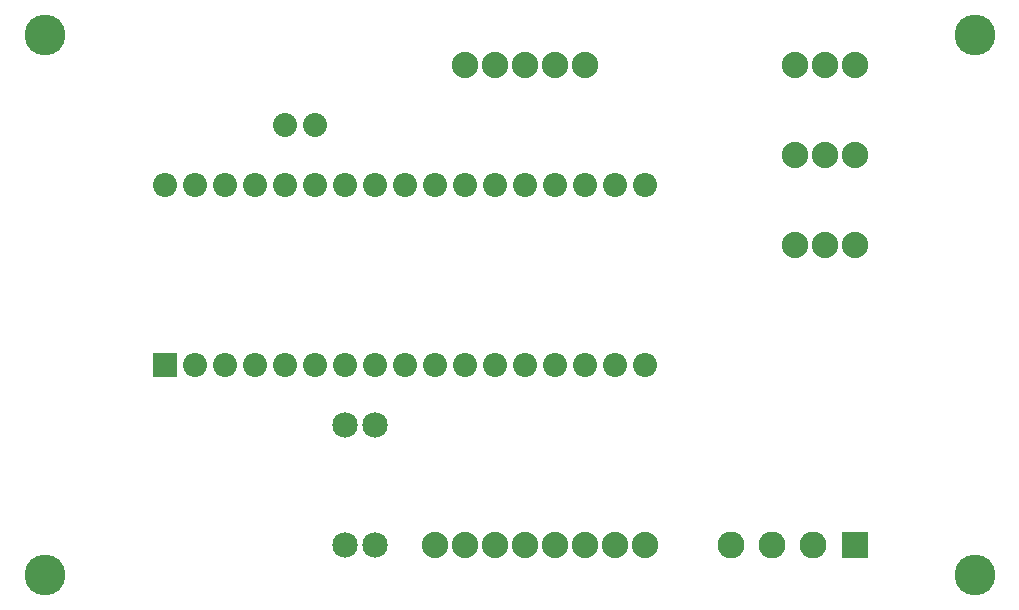
<source format=gbs>
G04 MADE WITH FRITZING*
G04 WWW.FRITZING.ORG*
G04 DOUBLE SIDED*
G04 HOLES PLATED*
G04 CONTOUR ON CENTER OF CONTOUR VECTOR*
%ASAXBY*%
%FSLAX23Y23*%
%MOIN*%
%OFA0B0*%
%SFA1.0B1.0*%
%ADD10C,0.088000*%
%ADD11C,0.080555*%
%ADD12C,0.080583*%
%ADD13C,0.085000*%
%ADD14C,0.090000*%
%ADD15C,0.080000*%
%ADD16C,0.135984*%
%ADD17R,0.080542X0.080570*%
%ADD18R,0.090000X0.090000*%
%LNMASK0*%
G90*
G70*
G54D10*
X2006Y1865D03*
X1906Y1865D03*
X1806Y1865D03*
X1706Y1865D03*
X1606Y1865D03*
G54D11*
X606Y865D03*
X706Y865D03*
X806Y865D03*
X906Y865D03*
X1006Y865D03*
X1106Y865D03*
X1206Y865D03*
X1306Y865D03*
X1406Y865D03*
G54D12*
X1506Y865D03*
X1606Y865D03*
X1706Y865D03*
G54D11*
X1806Y865D03*
X1906Y865D03*
G54D12*
X2006Y865D03*
X2106Y865D03*
X2206Y865D03*
G54D11*
X606Y1465D03*
X706Y1465D03*
X806Y1465D03*
X906Y1465D03*
X1006Y1465D03*
X1106Y1465D03*
X1406Y1465D03*
G54D12*
X1506Y1465D03*
G54D11*
X1306Y1465D03*
X1206Y1465D03*
G54D12*
X1606Y1465D03*
X1706Y1465D03*
G54D11*
X1806Y1465D03*
X1906Y1465D03*
G54D12*
X2006Y1465D03*
X2106Y1465D03*
X2206Y1465D03*
G54D10*
X2206Y265D03*
X2106Y265D03*
X2006Y265D03*
X1906Y265D03*
X1806Y265D03*
X1706Y265D03*
X1606Y265D03*
X1506Y265D03*
X2906Y1565D03*
X2806Y1565D03*
X2706Y1565D03*
X2906Y1865D03*
X2806Y1865D03*
X2706Y1865D03*
X2906Y1265D03*
X2806Y1265D03*
X2706Y1265D03*
G54D13*
X1206Y665D03*
X1206Y265D03*
X1306Y665D03*
X1306Y265D03*
G54D14*
X2906Y265D03*
X2768Y265D03*
X2631Y265D03*
X2493Y265D03*
G54D15*
X1006Y1665D03*
X1106Y1665D03*
G54D16*
X206Y1965D03*
X3306Y1965D03*
X206Y165D03*
X3306Y165D03*
G54D17*
X606Y865D03*
G54D18*
X2906Y265D03*
G04 End of Mask0*
M02*
</source>
